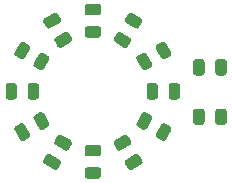
<source format=gbr>
G04 #@! TF.GenerationSoftware,KiCad,Pcbnew,5.1.7-a382d34a8~87~ubuntu18.04.1*
G04 #@! TF.CreationDate,2020-12-09T10:15:32-08:00*
G04 #@! TF.ProjectId,led_ring,6c65645f-7269-46e6-972e-6b696361645f,rev?*
G04 #@! TF.SameCoordinates,Original*
G04 #@! TF.FileFunction,Paste,Top*
G04 #@! TF.FilePolarity,Positive*
%FSLAX46Y46*%
G04 Gerber Fmt 4.6, Leading zero omitted, Abs format (unit mm)*
G04 Created by KiCad (PCBNEW 5.1.7-a382d34a8~87~ubuntu18.04.1) date 2020-12-09 10:15:32*
%MOMM*%
%LPD*%
G01*
G04 APERTURE LIST*
G04 APERTURE END LIST*
G36*
G01*
X62131000Y-52502750D02*
X62131000Y-53415250D01*
G75*
G02*
X61887250Y-53659000I-243750J0D01*
G01*
X61399750Y-53659000D01*
G75*
G02*
X61156000Y-53415250I0J243750D01*
G01*
X61156000Y-52502750D01*
G75*
G02*
X61399750Y-52259000I243750J0D01*
G01*
X61887250Y-52259000D01*
G75*
G02*
X62131000Y-52502750I0J-243750D01*
G01*
G37*
G36*
G01*
X60256000Y-52502750D02*
X60256000Y-53415250D01*
G75*
G02*
X60012250Y-53659000I-243750J0D01*
G01*
X59524750Y-53659000D01*
G75*
G02*
X59281000Y-53415250I0J243750D01*
G01*
X59281000Y-52502750D01*
G75*
G02*
X59524750Y-52259000I243750J0D01*
G01*
X60012250Y-52259000D01*
G75*
G02*
X60256000Y-52502750I0J-243750D01*
G01*
G37*
G36*
G01*
X60256000Y-48311750D02*
X60256000Y-49224250D01*
G75*
G02*
X60012250Y-49468000I-243750J0D01*
G01*
X59524750Y-49468000D01*
G75*
G02*
X59281000Y-49224250I0J243750D01*
G01*
X59281000Y-48311750D01*
G75*
G02*
X59524750Y-48068000I243750J0D01*
G01*
X60012250Y-48068000D01*
G75*
G02*
X60256000Y-48311750I0J-243750D01*
G01*
G37*
G36*
G01*
X62131000Y-48311750D02*
X62131000Y-49224250D01*
G75*
G02*
X61887250Y-49468000I-243750J0D01*
G01*
X61399750Y-49468000D01*
G75*
G02*
X61156000Y-49224250I0J243750D01*
G01*
X61156000Y-48311750D01*
G75*
G02*
X61399750Y-48068000I243750J0D01*
G01*
X61887250Y-48068000D01*
G75*
G02*
X62131000Y-48311750I0J-243750D01*
G01*
G37*
G36*
G01*
X55344000Y-51256250D02*
X55344000Y-50343750D01*
G75*
G02*
X55587750Y-50100000I243750J0D01*
G01*
X56075250Y-50100000D01*
G75*
G02*
X56319000Y-50343750I0J-243750D01*
G01*
X56319000Y-51256250D01*
G75*
G02*
X56075250Y-51500000I-243750J0D01*
G01*
X55587750Y-51500000D01*
G75*
G02*
X55344000Y-51256250I0J243750D01*
G01*
G37*
G36*
G01*
X57219000Y-51256250D02*
X57219000Y-50343750D01*
G75*
G02*
X57462750Y-50100000I243750J0D01*
G01*
X57950250Y-50100000D01*
G75*
G02*
X58194000Y-50343750I0J-243750D01*
G01*
X58194000Y-51256250D01*
G75*
G02*
X57950250Y-51500000I-243750J0D01*
G01*
X57462750Y-51500000D01*
G75*
G02*
X57219000Y-51256250I0J243750D01*
G01*
G37*
G36*
G01*
X56587136Y-47985624D02*
X56130886Y-47195376D01*
G75*
G02*
X56220105Y-46862407I211094J121875D01*
G01*
X56642293Y-46618657D01*
G75*
G02*
X56975262Y-46707876I121875J-211094D01*
G01*
X57431512Y-47498124D01*
G75*
G02*
X57342293Y-47831093I-211094J-121875D01*
G01*
X56920105Y-48074843D01*
G75*
G02*
X56587136Y-47985624I-121875J211094D01*
G01*
G37*
G36*
G01*
X54963338Y-48923124D02*
X54507088Y-48132876D01*
G75*
G02*
X54596307Y-47799907I211094J121875D01*
G01*
X55018495Y-47556157D01*
G75*
G02*
X55351464Y-47645376I121875J-211094D01*
G01*
X55807714Y-48435624D01*
G75*
G02*
X55718495Y-48768593I-211094J-121875D01*
G01*
X55296307Y-49012343D01*
G75*
G02*
X54963338Y-48923124I-121875J211094D01*
G01*
G37*
G36*
G01*
X53467124Y-47092912D02*
X52676876Y-46636662D01*
G75*
G02*
X52587657Y-46303693I121875J211094D01*
G01*
X52831407Y-45881505D01*
G75*
G02*
X53164376Y-45792286I211094J-121875D01*
G01*
X53954624Y-46248536D01*
G75*
G02*
X54043843Y-46581505I-121875J-211094D01*
G01*
X53800093Y-47003693D01*
G75*
G02*
X53467124Y-47092912I-211094J121875D01*
G01*
G37*
G36*
G01*
X54404624Y-45469114D02*
X53614376Y-45012864D01*
G75*
G02*
X53525157Y-44679895I121875J211094D01*
G01*
X53768907Y-44257707D01*
G75*
G02*
X54101876Y-44168488I211094J-121875D01*
G01*
X54892124Y-44624738D01*
G75*
G02*
X54981343Y-44957707I-121875J-211094D01*
G01*
X54737593Y-45379895D01*
G75*
G02*
X54404624Y-45469114I-211094J121875D01*
G01*
G37*
G36*
G01*
X51256250Y-44381000D02*
X50343750Y-44381000D01*
G75*
G02*
X50100000Y-44137250I0J243750D01*
G01*
X50100000Y-43649750D01*
G75*
G02*
X50343750Y-43406000I243750J0D01*
G01*
X51256250Y-43406000D01*
G75*
G02*
X51500000Y-43649750I0J-243750D01*
G01*
X51500000Y-44137250D01*
G75*
G02*
X51256250Y-44381000I-243750J0D01*
G01*
G37*
G36*
G01*
X51256250Y-46256000D02*
X50343750Y-46256000D01*
G75*
G02*
X50100000Y-46012250I0J243750D01*
G01*
X50100000Y-45524750D01*
G75*
G02*
X50343750Y-45281000I243750J0D01*
G01*
X51256250Y-45281000D01*
G75*
G02*
X51500000Y-45524750I0J-243750D01*
G01*
X51500000Y-46012250D01*
G75*
G02*
X51256250Y-46256000I-243750J0D01*
G01*
G37*
G36*
G01*
X48923124Y-46636662D02*
X48132876Y-47092912D01*
G75*
G02*
X47799907Y-47003693I-121875J211094D01*
G01*
X47556157Y-46581505D01*
G75*
G02*
X47645376Y-46248536I211094J121875D01*
G01*
X48435624Y-45792286D01*
G75*
G02*
X48768593Y-45881505I121875J-211094D01*
G01*
X49012343Y-46303693D01*
G75*
G02*
X48923124Y-46636662I-211094J-121875D01*
G01*
G37*
G36*
G01*
X47985624Y-45012864D02*
X47195376Y-45469114D01*
G75*
G02*
X46862407Y-45379895I-121875J211094D01*
G01*
X46618657Y-44957707D01*
G75*
G02*
X46707876Y-44624738I211094J121875D01*
G01*
X47498124Y-44168488D01*
G75*
G02*
X47831093Y-44257707I121875J-211094D01*
G01*
X48074843Y-44679895D01*
G75*
G02*
X47985624Y-45012864I-211094J-121875D01*
G01*
G37*
G36*
G01*
X45469114Y-47195376D02*
X45012864Y-47985624D01*
G75*
G02*
X44679895Y-48074843I-211094J121875D01*
G01*
X44257707Y-47831093D01*
G75*
G02*
X44168488Y-47498124I121875J211094D01*
G01*
X44624738Y-46707876D01*
G75*
G02*
X44957707Y-46618657I211094J-121875D01*
G01*
X45379895Y-46862407D01*
G75*
G02*
X45469114Y-47195376I-121875J-211094D01*
G01*
G37*
G36*
G01*
X47092912Y-48132876D02*
X46636662Y-48923124D01*
G75*
G02*
X46303693Y-49012343I-211094J121875D01*
G01*
X45881505Y-48768593D01*
G75*
G02*
X45792286Y-48435624I121875J211094D01*
G01*
X46248536Y-47645376D01*
G75*
G02*
X46581505Y-47556157I211094J-121875D01*
G01*
X47003693Y-47799907D01*
G75*
G02*
X47092912Y-48132876I-121875J-211094D01*
G01*
G37*
G36*
G01*
X46256000Y-50343750D02*
X46256000Y-51256250D01*
G75*
G02*
X46012250Y-51500000I-243750J0D01*
G01*
X45524750Y-51500000D01*
G75*
G02*
X45281000Y-51256250I0J243750D01*
G01*
X45281000Y-50343750D01*
G75*
G02*
X45524750Y-50100000I243750J0D01*
G01*
X46012250Y-50100000D01*
G75*
G02*
X46256000Y-50343750I0J-243750D01*
G01*
G37*
G36*
G01*
X44381000Y-50343750D02*
X44381000Y-51256250D01*
G75*
G02*
X44137250Y-51500000I-243750J0D01*
G01*
X43649750Y-51500000D01*
G75*
G02*
X43406000Y-51256250I0J243750D01*
G01*
X43406000Y-50343750D01*
G75*
G02*
X43649750Y-50100000I243750J0D01*
G01*
X44137250Y-50100000D01*
G75*
G02*
X44381000Y-50343750I0J-243750D01*
G01*
G37*
G36*
G01*
X45012864Y-53614376D02*
X45469114Y-54404624D01*
G75*
G02*
X45379895Y-54737593I-211094J-121875D01*
G01*
X44957707Y-54981343D01*
G75*
G02*
X44624738Y-54892124I-121875J211094D01*
G01*
X44168488Y-54101876D01*
G75*
G02*
X44257707Y-53768907I211094J121875D01*
G01*
X44679895Y-53525157D01*
G75*
G02*
X45012864Y-53614376I121875J-211094D01*
G01*
G37*
G36*
G01*
X46636662Y-52676876D02*
X47092912Y-53467124D01*
G75*
G02*
X47003693Y-53800093I-211094J-121875D01*
G01*
X46581505Y-54043843D01*
G75*
G02*
X46248536Y-53954624I-121875J211094D01*
G01*
X45792286Y-53164376D01*
G75*
G02*
X45881505Y-52831407I211094J121875D01*
G01*
X46303693Y-52587657D01*
G75*
G02*
X46636662Y-52676876I121875J-211094D01*
G01*
G37*
G36*
G01*
X48132876Y-54507088D02*
X48923124Y-54963338D01*
G75*
G02*
X49012343Y-55296307I-121875J-211094D01*
G01*
X48768593Y-55718495D01*
G75*
G02*
X48435624Y-55807714I-211094J121875D01*
G01*
X47645376Y-55351464D01*
G75*
G02*
X47556157Y-55018495I121875J211094D01*
G01*
X47799907Y-54596307D01*
G75*
G02*
X48132876Y-54507088I211094J-121875D01*
G01*
G37*
G36*
G01*
X47195376Y-56130886D02*
X47985624Y-56587136D01*
G75*
G02*
X48074843Y-56920105I-121875J-211094D01*
G01*
X47831093Y-57342293D01*
G75*
G02*
X47498124Y-57431512I-211094J121875D01*
G01*
X46707876Y-56975262D01*
G75*
G02*
X46618657Y-56642293I121875J211094D01*
G01*
X46862407Y-56220105D01*
G75*
G02*
X47195376Y-56130886I211094J-121875D01*
G01*
G37*
G36*
G01*
X50343750Y-57219000D02*
X51256250Y-57219000D01*
G75*
G02*
X51500000Y-57462750I0J-243750D01*
G01*
X51500000Y-57950250D01*
G75*
G02*
X51256250Y-58194000I-243750J0D01*
G01*
X50343750Y-58194000D01*
G75*
G02*
X50100000Y-57950250I0J243750D01*
G01*
X50100000Y-57462750D01*
G75*
G02*
X50343750Y-57219000I243750J0D01*
G01*
G37*
G36*
G01*
X50343750Y-55344000D02*
X51256250Y-55344000D01*
G75*
G02*
X51500000Y-55587750I0J-243750D01*
G01*
X51500000Y-56075250D01*
G75*
G02*
X51256250Y-56319000I-243750J0D01*
G01*
X50343750Y-56319000D01*
G75*
G02*
X50100000Y-56075250I0J243750D01*
G01*
X50100000Y-55587750D01*
G75*
G02*
X50343750Y-55344000I243750J0D01*
G01*
G37*
G36*
G01*
X52676876Y-54963338D02*
X53467124Y-54507088D01*
G75*
G02*
X53800093Y-54596307I121875J-211094D01*
G01*
X54043843Y-55018495D01*
G75*
G02*
X53954624Y-55351464I-211094J-121875D01*
G01*
X53164376Y-55807714D01*
G75*
G02*
X52831407Y-55718495I-121875J211094D01*
G01*
X52587657Y-55296307D01*
G75*
G02*
X52676876Y-54963338I211094J121875D01*
G01*
G37*
G36*
G01*
X53614376Y-56587136D02*
X54404624Y-56130886D01*
G75*
G02*
X54737593Y-56220105I121875J-211094D01*
G01*
X54981343Y-56642293D01*
G75*
G02*
X54892124Y-56975262I-211094J-121875D01*
G01*
X54101876Y-57431512D01*
G75*
G02*
X53768907Y-57342293I-121875J211094D01*
G01*
X53525157Y-56920105D01*
G75*
G02*
X53614376Y-56587136I211094J121875D01*
G01*
G37*
G36*
G01*
X56130886Y-54404624D02*
X56587136Y-53614376D01*
G75*
G02*
X56920105Y-53525157I211094J-121875D01*
G01*
X57342293Y-53768907D01*
G75*
G02*
X57431512Y-54101876I-121875J-211094D01*
G01*
X56975262Y-54892124D01*
G75*
G02*
X56642293Y-54981343I-211094J121875D01*
G01*
X56220105Y-54737593D01*
G75*
G02*
X56130886Y-54404624I121875J211094D01*
G01*
G37*
G36*
G01*
X54507088Y-53467124D02*
X54963338Y-52676876D01*
G75*
G02*
X55296307Y-52587657I211094J-121875D01*
G01*
X55718495Y-52831407D01*
G75*
G02*
X55807714Y-53164376I-121875J-211094D01*
G01*
X55351464Y-53954624D01*
G75*
G02*
X55018495Y-54043843I-211094J121875D01*
G01*
X54596307Y-53800093D01*
G75*
G02*
X54507088Y-53467124I121875J211094D01*
G01*
G37*
M02*

</source>
